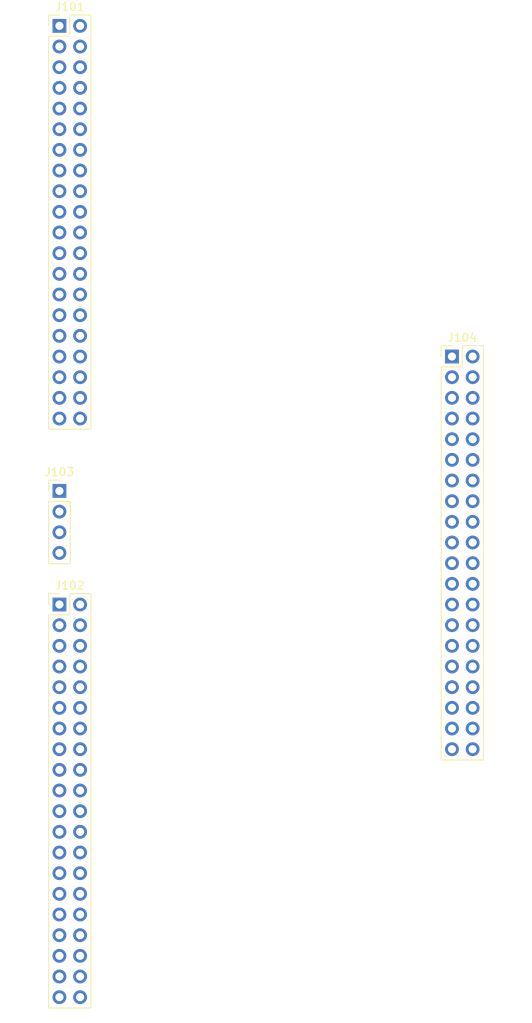
<source format=kicad_pcb>
(kicad_pcb (version 20221018) (generator pcbnew)
  (layers (0 "F.Cu" signal) (31 "B.Cu" signal) (34 "B.Paste" user) (35 "F.Paste" user) (36 "B.SilkS" user "B.Silkscreen") (37 "F.SilkS" user "F.Silkscreen") (38 "B.Mask" user) (39 "F.Mask" user) (44 "Edge.Cuts" user))
  (net 0 "")
  (net 1 "/C_{0}")
  (net 2 "/C_{4}")
  (net 3 "/C_{1}")
  (net 4 "/C_{5}")
  (net 5 "/C_{2}")
  (net 6 "/C_{6}")
  (net 7 "/C_{3}")
  (net 8 "/C_{7}")
  (net 10 "/R_{A}0")
  (net 12 "/R_{A}1")
  (net 14 "/R_{A}2")
  (net 16 "/R_{B}0")
  (net 18 "/R_{B}1")
  (net 20 "/R_{B}2")
  (net 22 "/R_{C}0")
  (net 24 "/R_{C}1")
  (net 26 "/R_{C}2")
  (net 33 "/Decode")
  (net 35 "/Execute")
  (net 37 "/Commit")
  (net 39 "/PC Update")
  (net 40 "/C_{W}{slash}~{C_{R}}")
  (net 41 "/A_{7}")
  (net 42 "/A_{6}")
  (net 43 "/A_{5}")
  (net 44 "/A_{4}")
  (net 45 "/A_{3}")
  (net 46 "/A_{2}")
  (net 47 "/A_{1}")
  (net 48 "/A_{0}")
  (net 50 "/B_{7}")
  (net 52 "/B_{6}")
  (net 54 "/B_{5}")
  (net 56 "/B_{4}")
  (net 58 "/B_{3}")
  (net 60 "/B_{2}")
  (net 62 "/B_{1}")
  (net 64 "/B_{0}")
  (net 73 "+5V")
  (net 74 "GND")
  (footprint "Connector_PinHeader_2.54mm:PinHeader_2x20_P2.54mm_Vertical" (layer "F.Cu") (at 76.2 50.8)
    (fp_text reference "J101" (at 1.27 -2.33) (layer "F.SilkS"))
    (fp_text value "Conn_02x20_Odd_Even")
    (fp_line (start -1.33 -1.33) (end 0 -1.33) (stroke (width 0.12)) (layer "F.SilkS"))
    (fp_line (start -1.33 0) (end -1.33 -1.33) (stroke (width 0.12)) (layer "F.SilkS"))
    (fp_line (start -1.33 1.27) (end -1.33 49.59) (stroke (width 0.12)) (layer "F.SilkS"))
    (fp_line (start -1.33 1.27) (end 1.27 1.27) (stroke (width 0.12)) (layer "F.SilkS"))
    (fp_line (start -1.33 49.59) (end 3.87 49.59) (stroke (width 0.12)) (layer "F.SilkS"))
    (fp_line (start 1.27 -1.33) (end 3.87 -1.33) (stroke (width 0.12)) (layer "F.SilkS"))
    (fp_line (start 1.27 1.27) (end 1.27 -1.33) (stroke (width 0.12)) (layer "F.SilkS"))
    (fp_line (start 3.87 -1.33) (end 3.87 49.59) (stroke (width 0.12)) (layer "F.SilkS"))
    (pad "1" thru_hole rect (at 0 0) (size 1.7 1.7) (drill 1) (layers "*.Cu" "*.Mask") (net 1 "/C_{0}"))
    (pad "2" thru_hole oval (at 2.54 0) (size 1.7 1.7) (drill 1) (layers "*.Cu" "*.Mask") (net 2 "/C_{4}"))
    (pad "3" thru_hole oval (at 0 2.54) (size 1.7 1.7) (drill 1) (layers "*.Cu" "*.Mask") (net 3 "/C_{1}"))
    (pad "4" thru_hole oval (at 2.54 2.54) (size 1.7 1.7) (drill 1) (layers "*.Cu" "*.Mask") (net 4 "/C_{5}"))
    (pad "5" thru_hole oval (at 0 5.08) (size 1.7 1.7) (drill 1) (layers "*.Cu" "*.Mask") (net 5 "/C_{2}"))
    (pad "6" thru_hole oval (at 2.54 5.08) (size 1.7 1.7) (drill 1) (layers "*.Cu" "*.Mask") (net 6 "/C_{6}"))
    (pad "7" thru_hole oval (at 0 7.62) (size 1.7 1.7) (drill 1) (layers "*.Cu" "*.Mask") (net 7 "/C_{3}"))
    (pad "8" thru_hole oval (at 2.54 7.62) (size 1.7 1.7) (drill 1) (layers "*.Cu" "*.Mask") (net 8 "/C_{7}"))
    (pad "9" thru_hole oval (at 0 10.16) (size 1.7 1.7) (drill 1) (layers "*.Cu" "*.Mask"))
    (pad "10" thru_hole oval (at 2.54 10.16) (size 1.7 1.7) (drill 1) (layers "*.Cu" "*.Mask") (net 10 "/R_{A}0"))
    (pad "11" thru_hole oval (at 0 12.7) (size 1.7 1.7) (drill 1) (layers "*.Cu" "*.Mask"))
    (pad "12" thru_hole oval (at 2.54 12.7) (size 1.7 1.7) (drill 1) (layers "*.Cu" "*.Mask") (net 12 "/R_{A}1"))
    (pad "13" thru_hole oval (at 0 15.24) (size 1.7 1.7) (drill 1) (layers "*.Cu" "*.Mask"))
    (pad "14" thru_hole oval (at 2.54 15.24) (size 1.7 1.7) (drill 1) (layers "*.Cu" "*.Mask") (net 14 "/R_{A}2"))
    (pad "15" thru_hole oval (at 0 17.78) (size 1.7 1.7) (drill 1) (layers "*.Cu" "*.Mask"))
    (pad "16" thru_hole oval (at 2.54 17.78) (size 1.7 1.7) (drill 1) (layers "*.Cu" "*.Mask") (net 16 "/R_{B}0"))
    (pad "17" thru_hole oval (at 0 20.32) (size 1.7 1.7) (drill 1) (layers "*.Cu" "*.Mask"))
    (pad "18" thru_hole oval (at 2.54 20.32) (size 1.7 1.7) (drill 1) (layers "*.Cu" "*.Mask") (net 18 "/R_{B}1"))
    (pad "19" thru_hole oval (at 0 22.86) (size 1.7 1.7) (drill 1) (layers "*.Cu" "*.Mask"))
    (pad "20" thru_hole oval (at 2.54 22.86) (size 1.7 1.7) (drill 1) (layers "*.Cu" "*.Mask") (net 20 "/R_{B}2"))
    (pad "21" thru_hole oval (at 0 25.4) (size 1.7 1.7) (drill 1) (layers "*.Cu" "*.Mask"))
    (pad "22" thru_hole oval (at 2.54 25.4) (size 1.7 1.7) (drill 1) (layers "*.Cu" "*.Mask") (net 22 "/R_{C}0"))
    (pad "23" thru_hole oval (at 0 27.94) (size 1.7 1.7) (drill 1) (layers "*.Cu" "*.Mask"))
    (pad "24" thru_hole oval (at 2.54 27.94) (size 1.7 1.7) (drill 1) (layers "*.Cu" "*.Mask") (net 24 "/R_{C}1"))
    (pad "25" thru_hole oval (at 0 30.48) (size 1.7 1.7) (drill 1) (layers "*.Cu" "*.Mask"))
    (pad "26" thru_hole oval (at 2.54 30.48) (size 1.7 1.7) (drill 1) (layers "*.Cu" "*.Mask") (net 26 "/R_{C}2"))
    (pad "27" thru_hole oval (at 0 33.02) (size 1.7 1.7) (drill 1) (layers "*.Cu" "*.Mask"))
    (pad "28" thru_hole oval (at 2.54 33.02) (size 1.7 1.7) (drill 1) (layers "*.Cu" "*.Mask"))
    (pad "29" thru_hole oval (at 0 35.56) (size 1.7 1.7) (drill 1) (layers "*.Cu" "*.Mask"))
    (pad "30" thru_hole oval (at 2.54 35.56) (size 1.7 1.7) (drill 1) (layers "*.Cu" "*.Mask"))
    (pad "31" thru_hole oval (at 0 38.1) (size 1.7 1.7) (drill 1) (layers "*.Cu" "*.Mask"))
    (pad "32" thru_hole oval (at 2.54 38.1) (size 1.7 1.7) (drill 1) (layers "*.Cu" "*.Mask"))
    (pad "33" thru_hole oval (at 0 40.64) (size 1.7 1.7) (drill 1) (layers "*.Cu" "*.Mask") (net 33 "/Decode"))
    (pad "34" thru_hole oval (at 2.54 40.64) (size 1.7 1.7) (drill 1) (layers "*.Cu" "*.Mask"))
    (pad "35" thru_hole oval (at 0 43.18) (size 1.7 1.7) (drill 1) (layers "*.Cu" "*.Mask") (net 35 "/Execute"))
    (pad "36" thru_hole oval (at 2.54 43.18) (size 1.7 1.7) (drill 1) (layers "*.Cu" "*.Mask"))
    (pad "37" thru_hole oval (at 0 45.72) (size 1.7 1.7) (drill 1) (layers "*.Cu" "*.Mask") (net 37 "/Commit"))
    (pad "38" thru_hole oval (at 2.54 45.72) (size 1.7 1.7) (drill 1) (layers "*.Cu" "*.Mask"))
    (pad "39" thru_hole oval (at 0 48.26) (size 1.7 1.7) (drill 1) (layers "*.Cu" "*.Mask") (net 39 "/PC Update"))
    (pad "40" thru_hole oval (at 2.54 48.26) (size 1.7 1.7) (drill 1) (layers "*.Cu" "*.Mask") (net 40 "/C_{W}{slash}~{C_{R}}"))
  )
  (footprint "Connector_PinHeader_2.54mm:PinHeader_2x20_P2.54mm_Vertical" (layer "F.Cu") (at 76.2 121.92)
    (fp_text reference "J102" (at 1.27 -2.33) (layer "F.SilkS"))
    (fp_text value "Conn_02x20_Odd_Even")
    (fp_line (start -1.33 -1.33) (end 0 -1.33) (stroke (width 0.12)) (layer "F.SilkS"))
    (fp_line (start -1.33 0) (end -1.33 -1.33) (stroke (width 0.12)) (layer "F.SilkS"))
    (fp_line (start -1.33 1.27) (end -1.33 49.59) (stroke (width 0.12)) (layer "F.SilkS"))
    (fp_line (start -1.33 1.27) (end 1.27 1.27) (stroke (width 0.12)) (layer "F.SilkS"))
    (fp_line (start -1.33 49.59) (end 3.87 49.59) (stroke (width 0.12)) (layer "F.SilkS"))
    (fp_line (start 1.27 -1.33) (end 3.87 -1.33) (stroke (width 0.12)) (layer "F.SilkS"))
    (fp_line (start 1.27 1.27) (end 1.27 -1.33) (stroke (width 0.12)) (layer "F.SilkS"))
    (fp_line (start 3.87 -1.33) (end 3.87 49.59) (stroke (width 0.12)) (layer "F.SilkS"))
    (pad "1" thru_hole rect (at 0 0) (size 1.7 1.7) (drill 1) (layers "*.Cu" "*.Mask") (net 1 "/C_{0}"))
    (pad "2" thru_hole oval (at 2.54 0) (size 1.7 1.7) (drill 1) (layers "*.Cu" "*.Mask") (net 48 "/A_{0}"))
    (pad "3" thru_hole oval (at 0 2.54) (size 1.7 1.7) (drill 1) (layers "*.Cu" "*.Mask") (net 3 "/C_{1}"))
    (pad "4" thru_hole oval (at 2.54 2.54) (size 1.7 1.7) (drill 1) (layers "*.Cu" "*.Mask") (net 47 "/A_{1}"))
    (pad "5" thru_hole oval (at 0 5.08) (size 1.7 1.7) (drill 1) (layers "*.Cu" "*.Mask") (net 5 "/C_{2}"))
    (pad "6" thru_hole oval (at 2.54 5.08) (size 1.7 1.7) (drill 1) (layers "*.Cu" "*.Mask") (net 46 "/A_{2}"))
    (pad "7" thru_hole oval (at 0 7.62) (size 1.7 1.7) (drill 1) (layers "*.Cu" "*.Mask") (net 7 "/C_{3}"))
    (pad "8" thru_hole oval (at 2.54 7.62) (size 1.7 1.7) (drill 1) (layers "*.Cu" "*.Mask") (net 45 "/A_{3}"))
    (pad "9" thru_hole oval (at 0 10.16) (size 1.7 1.7) (drill 1) (layers "*.Cu" "*.Mask") (net 2 "/C_{4}"))
    (pad "10" thru_hole oval (at 2.54 10.16) (size 1.7 1.7) (drill 1) (layers "*.Cu" "*.Mask") (net 44 "/A_{4}"))
    (pad "11" thru_hole oval (at 0 12.7) (size 1.7 1.7) (drill 1) (layers "*.Cu" "*.Mask") (net 4 "/C_{5}"))
    (pad "12" thru_hole oval (at 2.54 12.7) (size 1.7 1.7) (drill 1) (layers "*.Cu" "*.Mask") (net 43 "/A_{5}"))
    (pad "13" thru_hole oval (at 0 15.24) (size 1.7 1.7) (drill 1) (layers "*.Cu" "*.Mask") (net 6 "/C_{6}"))
    (pad "14" thru_hole oval (at 2.54 15.24) (size 1.7 1.7) (drill 1) (layers "*.Cu" "*.Mask") (net 42 "/A_{6}"))
    (pad "15" thru_hole oval (at 0 17.78) (size 1.7 1.7) (drill 1) (layers "*.Cu" "*.Mask") (net 8 "/C_{7}"))
    (pad "16" thru_hole oval (at 2.54 17.78) (size 1.7 1.7) (drill 1) (layers "*.Cu" "*.Mask") (net 41 "/A_{7}"))
    (pad "17" thru_hole oval (at 0 20.32) (size 1.7 1.7) (drill 1) (layers "*.Cu" "*.Mask"))
    (pad "18" thru_hole oval (at 2.54 20.32) (size 1.7 1.7) (drill 1) (layers "*.Cu" "*.Mask") (net 64 "/B_{0}"))
    (pad "19" thru_hole oval (at 0 22.86) (size 1.7 1.7) (drill 1) (layers "*.Cu" "*.Mask"))
    (pad "20" thru_hole oval (at 2.54 22.86) (size 1.7 1.7) (drill 1) (layers "*.Cu" "*.Mask") (net 62 "/B_{1}"))
    (pad "21" thru_hole oval (at 0 25.4) (size 1.7 1.7) (drill 1) (layers "*.Cu" "*.Mask"))
    (pad "22" thru_hole oval (at 2.54 25.4) (size 1.7 1.7) (drill 1) (layers "*.Cu" "*.Mask") (net 60 "/B_{2}"))
    (pad "23" thru_hole oval (at 0 27.94) (size 1.7 1.7) (drill 1) (layers "*.Cu" "*.Mask"))
    (pad "24" thru_hole oval (at 2.54 27.94) (size 1.7 1.7) (drill 1) (layers "*.Cu" "*.Mask") (net 58 "/B_{3}"))
    (pad "25" thru_hole oval (at 0 30.48) (size 1.7 1.7) (drill 1) (layers "*.Cu" "*.Mask"))
    (pad "26" thru_hole oval (at 2.54 30.48) (size 1.7 1.7) (drill 1) (layers "*.Cu" "*.Mask") (net 56 "/B_{4}"))
    (pad "27" thru_hole oval (at 0 33.02) (size 1.7 1.7) (drill 1) (layers "*.Cu" "*.Mask"))
    (pad "28" thru_hole oval (at 2.54 33.02) (size 1.7 1.7) (drill 1) (layers "*.Cu" "*.Mask") (net 54 "/B_{5}"))
    (pad "29" thru_hole oval (at 0 35.56) (size 1.7 1.7) (drill 1) (layers "*.Cu" "*.Mask"))
    (pad "30" thru_hole oval (at 2.54 35.56) (size 1.7 1.7) (drill 1) (layers "*.Cu" "*.Mask") (net 52 "/B_{6}"))
    (pad "31" thru_hole oval (at 0 38.1) (size 1.7 1.7) (drill 1) (layers "*.Cu" "*.Mask"))
    (pad "32" thru_hole oval (at 2.54 38.1) (size 1.7 1.7) (drill 1) (layers "*.Cu" "*.Mask") (net 50 "/B_{7}"))
    (pad "33" thru_hole oval (at 0 40.64) (size 1.7 1.7) (drill 1) (layers "*.Cu" "*.Mask"))
    (pad "34" thru_hole oval (at 2.54 40.64) (size 1.7 1.7) (drill 1) (layers "*.Cu" "*.Mask"))
    (pad "35" thru_hole oval (at 0 43.18) (size 1.7 1.7) (drill 1) (layers "*.Cu" "*.Mask"))
    (pad "36" thru_hole oval (at 2.54 43.18) (size 1.7 1.7) (drill 1) (layers "*.Cu" "*.Mask"))
    (pad "37" thru_hole oval (at 0 45.72) (size 1.7 1.7) (drill 1) (layers "*.Cu" "*.Mask"))
    (pad "38" thru_hole oval (at 2.54 45.72) (size 1.7 1.7) (drill 1) (layers "*.Cu" "*.Mask"))
    (pad "39" thru_hole oval (at 0 48.26) (size 1.7 1.7) (drill 1) (layers "*.Cu" "*.Mask"))
    (pad "40" thru_hole oval (at 2.54 48.26) (size 1.7 1.7) (drill 1) (layers "*.Cu" "*.Mask"))
  )
  (footprint "Connector_PinHeader_2.54mm:PinHeader_2x20_P2.54mm_Vertical" (layer "F.Cu") (at 124.46 91.44)
    (fp_text reference "J104" (at 1.27 -2.33) (layer "F.SilkS"))
    (fp_text value "Conn_02x20_Odd_Even")
    (fp_line (start -1.33 -1.33) (end 0 -1.33) (stroke (width 0.12)) (layer "F.SilkS"))
    (fp_line (start -1.33 0) (end -1.33 -1.33) (stroke (width 0.12)) (layer "F.SilkS"))
    (fp_line (start -1.33 1.27) (end -1.33 49.59) (stroke (width 0.12)) (layer "F.SilkS"))
    (fp_line (start -1.33 1.27) (end 1.27 1.27) (stroke (width 0.12)) (layer "F.SilkS"))
    (fp_line (start -1.33 49.59) (end 3.87 49.59) (stroke (width 0.12)) (layer "F.SilkS"))
    (fp_line (start 1.27 -1.33) (end 3.87 -1.33) (stroke (width 0.12)) (layer "F.SilkS"))
    (fp_line (start 1.27 1.27) (end 1.27 -1.33) (stroke (width 0.12)) (layer "F.SilkS"))
    (fp_line (start 3.87 -1.33) (end 3.87 49.59) (stroke (width 0.12)) (layer "F.SilkS"))
    (pad "1" thru_hole rect (at 0 0) (size 1.7 1.7) (drill 1) (layers "*.Cu" "*.Mask") (net 10 "/R_{A}0"))
    (pad "2" thru_hole oval (at 2.54 0) (size 1.7 1.7) (drill 1) (layers "*.Cu" "*.Mask") (net 40 "/C_{W}{slash}~{C_{R}}"))
    (pad "3" thru_hole oval (at 0 2.54) (size 1.7 1.7) (drill 1) (layers "*.Cu" "*.Mask") (net 12 "/R_{A}1"))
    (pad "4" thru_hole oval (at 2.54 2.54) (size 1.7 1.7) (drill 1) (layers "*.Cu" "*.Mask") (net 48 "/A_{0}"))
    (pad "5" thru_hole oval (at 0 5.08) (size 1.7 1.7) (drill 1) (layers "*.Cu" "*.Mask") (net 14 "/R_{A}2"))
    (pad "6" thru_hole oval (at 2.54 5.08) (size 1.7 1.7) (drill 1) (layers "*.Cu" "*.Mask") (net 47 "/A_{1}"))
    (pad "7" thru_hole oval (at 0 7.62) (size 1.7 1.7) (drill 1) (layers "*.Cu" "*.Mask") (net 16 "/R_{B}0"))
    (pad "8" thru_hole oval (at 2.54 7.62) (size 1.7 1.7) (drill 1) (layers "*.Cu" "*.Mask") (net 46 "/A_{2}"))
    (pad "9" thru_hole oval (at 0 10.16) (size 1.7 1.7) (drill 1) (layers "*.Cu" "*.Mask") (net 18 "/R_{B}1"))
    (pad "10" thru_hole oval (at 2.54 10.16) (size 1.7 1.7) (drill 1) (layers "*.Cu" "*.Mask") (net 45 "/A_{3}"))
    (pad "11" thru_hole oval (at 0 12.7) (size 1.7 1.7) (drill 1) (layers "*.Cu" "*.Mask") (net 20 "/R_{B}2"))
    (pad "12" thru_hole oval (at 2.54 12.7) (size 1.7 1.7) (drill 1) (layers "*.Cu" "*.Mask") (net 44 "/A_{4}"))
    (pad "13" thru_hole oval (at 0 15.24) (size 1.7 1.7) (drill 1) (layers "*.Cu" "*.Mask") (net 22 "/R_{C}0"))
    (pad "14" thru_hole oval (at 2.54 15.24) (size 1.7 1.7) (drill 1) (layers "*.Cu" "*.Mask") (net 43 "/A_{5}"))
    (pad "15" thru_hole oval (at 0 17.78) (size 1.7 1.7) (drill 1) (layers "*.Cu" "*.Mask") (net 24 "/R_{C}1"))
    (pad "16" thru_hole oval (at 2.54 17.78) (size 1.7 1.7) (drill 1) (layers "*.Cu" "*.Mask") (net 42 "/A_{6}"))
    (pad "17" thru_hole oval (at 0 20.32) (size 1.7 1.7) (drill 1) (layers "*.Cu" "*.Mask") (net 26 "/R_{C}2"))
    (pad "18" thru_hole oval (at 2.54 20.32) (size 1.7 1.7) (drill 1) (layers "*.Cu" "*.Mask") (net 41 "/A_{7}"))
    (pad "19" thru_hole oval (at 0 22.86) (size 1.7 1.7) (drill 1) (layers "*.Cu" "*.Mask") (net 33 "/Decode"))
    (pad "20" thru_hole oval (at 2.54 22.86) (size 1.7 1.7) (drill 1) (layers "*.Cu" "*.Mask") (net 37 "/Commit"))
    (pad "21" thru_hole oval (at 0 25.4) (size 1.7 1.7) (drill 1) (layers "*.Cu" "*.Mask") (net 35 "/Execute"))
    (pad "22" thru_hole oval (at 2.54 25.4) (size 1.7 1.7) (drill 1) (layers "*.Cu" "*.Mask") (net 39 "/PC Update"))
    (pad "23" thru_hole oval (at 0 27.94) (size 1.7 1.7) (drill 1) (layers "*.Cu" "*.Mask") (net 1 "/C_{0}"))
    (pad "24" thru_hole oval (at 2.54 27.94) (size 1.7 1.7) (drill 1) (layers "*.Cu" "*.Mask") (net 64 "/B_{0}"))
    (pad "25" thru_hole oval (at 0 30.48) (size 1.7 1.7) (drill 1) (layers "*.Cu" "*.Mask") (net 3 "/C_{1}"))
    (pad "26" thru_hole oval (at 2.54 30.48) (size 1.7 1.7) (drill 1) (layers "*.Cu" "*.Mask") (net 62 "/B_{1}"))
    (pad "27" thru_hole oval (at 0 33.02) (size 1.7 1.7) (drill 1) (layers "*.Cu" "*.Mask") (net 5 "/C_{2}"))
    (pad "28" thru_hole oval (at 2.54 33.02) (size 1.7 1.7) (drill 1) (layers "*.Cu" "*.Mask") (net 60 "/B_{2}"))
    (pad "29" thru_hole oval (at 0 35.56) (size 1.7 1.7) (drill 1) (layers "*.Cu" "*.Mask") (net 7 "/C_{3}"))
    (pad "30" thru_hole oval (at 2.54 35.56) (size 1.7 1.7) (drill 1) (layers "*.Cu" "*.Mask") (net 58 "/B_{3}"))
    (pad "31" thru_hole oval (at 0 38.1) (size 1.7 1.7) (drill 1) (layers "*.Cu" "*.Mask") (net 2 "/C_{4}"))
    (pad "32" thru_hole oval (at 2.54 38.1) (size 1.7 1.7) (drill 1) (layers "*.Cu" "*.Mask") (net 56 "/B_{4}"))
    (pad "33" thru_hole oval (at 0 40.64) (size 1.7 1.7) (drill 1) (layers "*.Cu" "*.Mask") (net 4 "/C_{5}"))
    (pad "34" thru_hole oval (at 2.54 40.64) (size 1.7 1.7) (drill 1) (layers "*.Cu" "*.Mask") (net 54 "/B_{5}"))
    (pad "35" thru_hole oval (at 0 43.18) (size 1.7 1.7) (drill 1) (layers "*.Cu" "*.Mask") (net 6 "/C_{6}"))
    (pad "36" thru_hole oval (at 2.54 43.18) (size 1.7 1.7) (drill 1) (layers "*.Cu" "*.Mask") (net 52 "/B_{6}"))
    (pad "37" thru_hole oval (at 0 45.72) (size 1.7 1.7) (drill 1) (layers "*.Cu" "*.Mask") (net 8 "/C_{7}"))
    (pad "38" thru_hole oval (at 2.54 45.72) (size 1.7 1.7) (drill 1) (layers "*.Cu" "*.Mask") (net 50 "/B_{7}"))
    (pad "39" thru_hole oval (at 0 48.26) (size 1.7 1.7) (drill 1) (layers "*.Cu" "*.Mask") (net 74 "GND"))
    (pad "40" thru_hole oval (at 2.54 48.26) (size 1.7 1.7) (drill 1) (layers "*.Cu" "*.Mask") (net 73 "+5V"))
  )
  (footprint "Connector_PinHeader_2.54mm:PinHeader_1x04_P2.54mm_Vertical" (layer "F.Cu") (at 76.2 107.96)
    (fp_text reference "J103" (at 0 -2.33) (layer "F.SilkS"))
    (fp_text value "Conn_01x04")
    (fp_line (start -1.33 -1.33) (end 0 -1.33) (stroke (width 0.12)) (layer "F.SilkS"))
    (fp_line (start -1.33 0) (end -1.33 -1.33) (stroke (width 0.12)) (layer "F.SilkS"))
    (fp_line (start -1.33 1.27) (end -1.33 8.95) (stroke (width 0.12)) (layer "F.SilkS"))
    (fp_line (start -1.33 1.27) (end 1.33 1.27) (stroke (width 0.12)) (layer "F.SilkS"))
    (fp_line (start -1.33 8.95) (end 1.33 8.95) (stroke (width 0.12)) (layer "F.SilkS"))
    (fp_line (start 1.33 1.27) (end 1.33 8.95) (stroke (width 0.12)) (layer "F.SilkS"))
    (pad "1" thru_hole rect (at 0 0) (size 1.7 1.7) (drill 1) (layers "*.Cu" "*.Mask") (net 73 "+5V"))
    (pad "2" thru_hole oval (at 0 2.54) (size 1.7 1.7) (drill 1) (layers "*.Cu" "*.Mask") (net 73 "+5V"))
    (pad "3" thru_hole oval (at 0 5.08) (size 1.7 1.7) (drill 1) (layers "*.Cu" "*.Mask") (net 74 "GND"))
    (pad "4" thru_hole oval (at 0 7.62) (size 1.7 1.7) (drill 1) (layers "*.Cu" "*.Mask") (net 74 "GND"))
  )
)
</source>
